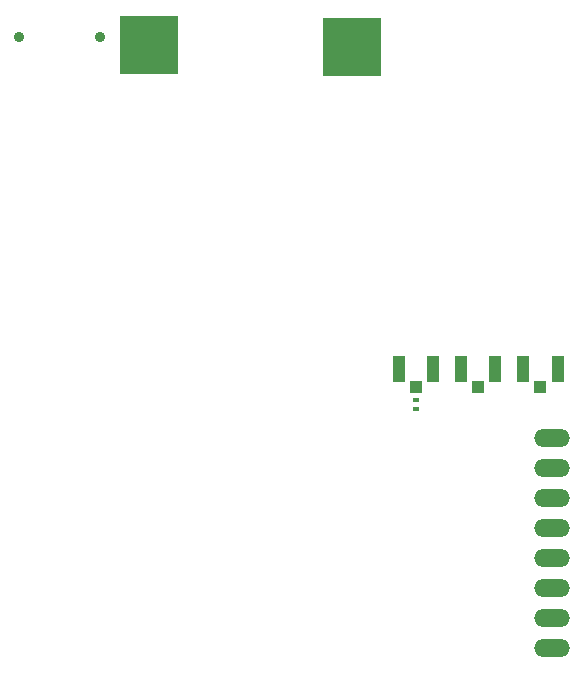
<source format=gbr>
G04*
G04 #@! TF.GenerationSoftware,Altium Limited,Altium Designer,25.5.2 (35)*
G04*
G04 Layer_Color=255*
%FSLAX25Y25*%
%MOIN*%
G70*
G04*
G04 #@! TF.SameCoordinates,38EB6A6A-CC72-40A8-BBF4-0EDFD8540081*
G04*
G04*
G04 #@! TF.FilePolarity,Positive*
G04*
G01*
G75*
%ADD19R,0.19685X0.19685*%
%ADD24R,0.02254X0.01438*%
%ADD33R,0.19685X0.19685*%
%ADD53C,0.03543*%
%ADD64R,0.04134X0.08661*%
%ADD65R,0.03937X0.04134*%
%ADD66O,0.11874X0.05937*%
D19*
X54516Y206321D02*
D03*
D24*
X143701Y85222D02*
D03*
Y88006D02*
D03*
D33*
X122256Y205884D02*
D03*
D53*
X11417Y209055D02*
D03*
X38189D02*
D03*
D64*
X170177Y98425D02*
D03*
X158563D02*
D03*
X179232D02*
D03*
X190846D02*
D03*
X149508D02*
D03*
X137894D02*
D03*
D65*
X185039Y92421D02*
D03*
X143701D02*
D03*
X164370D02*
D03*
D66*
X188976Y75433D02*
D03*
Y5433D02*
D03*
Y45433D02*
D03*
Y65433D02*
D03*
Y55433D02*
D03*
Y15433D02*
D03*
Y25433D02*
D03*
Y35433D02*
D03*
M02*

</source>
